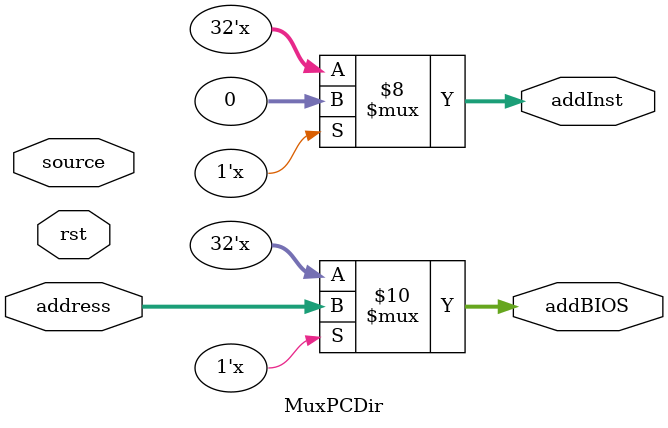
<source format=v>
module MuxPCDir( address, addInst, addBIOS, source, rst );

	input[31:0] address;
	input source, rst;
	output reg[31:0] addInst, addBIOS;
	reg state = 0;
	
	always @(*)
	begin
		if( !state )
		begin
			addBIOS <= address;
			addInst <= 0;
			if( source )
				state <= 1;
		end
		else if( state )
		begin
			addBIOS <= 0;
			addInst <= address;
			if( rst )
				state <= 0;
		end
	end
	

endmodule 
</source>
